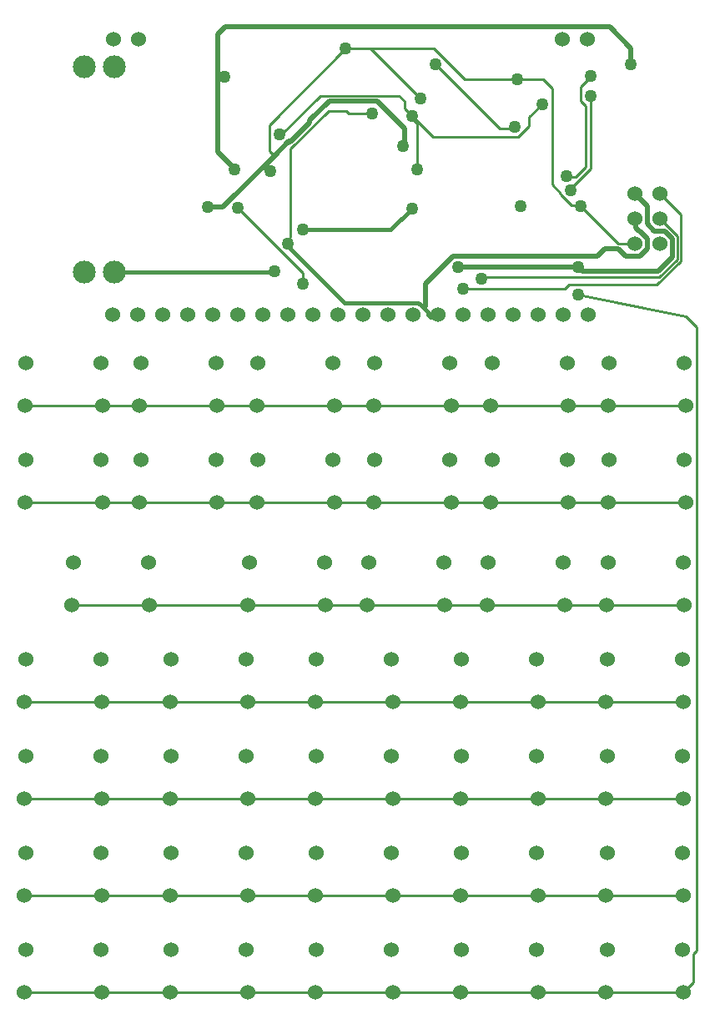
<source format=gtl>
G04*
G04 #@! TF.GenerationSoftware,Altium Limited,Altium Designer,24.6.1 (21)*
G04*
G04 Layer_Physical_Order=1*
G04 Layer_Color=255*
%FSLAX44Y44*%
%MOMM*%
G71*
G04*
G04 #@! TF.SameCoordinates,5BE53EBA-B956-4ED2-84AC-37ABD98E17FE*
G04*
G04*
G04 #@! TF.FilePolarity,Positive*
G04*
G01*
G75*
%ADD10C,0.5080*%
%ADD11C,0.2540*%
%ADD13C,2.3114*%
%ADD15C,0.3810*%
%ADD16C,1.5240*%
%ADD17C,1.2700*%
D10*
X659130Y745490D02*
X673100Y759460D01*
X581660Y745490D02*
X659130D01*
X455930Y749300D02*
X577850D01*
X604520Y768350D02*
X618580D01*
X451195Y760730D02*
X596900D01*
X618580Y768350D02*
X626200Y760730D01*
X596900D02*
X604520Y768350D01*
X655140Y786130D02*
X665660D01*
X673100Y759460D02*
Y778690D01*
X665660Y786130D02*
X673100Y778690D01*
X422910Y732445D02*
X451195Y760730D01*
X422910Y709930D02*
Y732445D01*
X212090Y866140D02*
Y985520D01*
X217170Y810260D02*
X269240Y862330D01*
X647700Y793570D02*
Y811530D01*
X637540Y821690D02*
X647700Y811530D01*
Y793570D02*
X655140Y786130D01*
X640260D02*
X647700Y778690D01*
Y768170D02*
Y778690D01*
X640260Y760730D02*
X647700Y768170D01*
X635000Y798830D02*
X636668Y797162D01*
Y789106D02*
X639644Y786130D01*
X626200Y760730D02*
X640260D01*
X636668Y789106D02*
Y797162D01*
X639644Y786130D02*
X640260D01*
X269240Y862330D02*
X284459Y877549D01*
X228859Y848360D02*
Y849371D01*
X212090Y866140D02*
X228859Y849371D01*
X201956Y810260D02*
X217170D01*
X201943Y810247D02*
X201956Y810260D01*
X212090Y985520D02*
X219710Y993140D01*
X609600D01*
X305338Y896234D02*
Y898428D01*
X325120Y918210D01*
X285557Y876452D02*
X305338Y896234D01*
X325120Y918210D02*
X373380D01*
X401320Y890270D01*
Y873760D02*
Y890270D01*
X609600Y993140D02*
X631190Y971550D01*
Y955040D02*
Y971550D01*
D11*
X461037Y727683D02*
X461063Y727657D01*
X461010Y727710D02*
X461037Y727683D01*
X461063Y727657D02*
X564580D01*
X568443Y731520D02*
X657732D01*
X564580Y727657D02*
X568443Y731520D01*
X657732D02*
X681990Y755778D01*
Y802640D01*
X660400Y824230D02*
X681990Y802640D01*
X659964Y739140D02*
X678180Y757356D01*
X483870Y739140D02*
X659964D01*
X577850Y721360D02*
X687070Y699770D01*
X687814Y699026D02*
X698246Y688594D01*
X687070Y699770D02*
X687814Y699026D01*
X577850Y749300D02*
X581660Y745490D01*
X660400Y798830D02*
X678180Y781050D01*
Y757356D02*
Y781050D01*
X537122Y112070D02*
X684582D01*
X684582D01*
X579556Y812364D02*
X618490Y773430D01*
X517288Y881380D02*
X528182Y892274D01*
X430530Y881380D02*
X517288D01*
X408940Y902970D02*
X430530Y881380D01*
X528182Y901562D02*
X541020Y914400D01*
X528182Y892274D02*
Y901562D01*
X542290Y939800D02*
X551180Y930910D01*
Y833120D02*
Y930910D01*
Y833120D02*
X559996Y824304D01*
X367087Y971493D02*
X430985D01*
X342010D02*
X367087D01*
X430985D02*
X462678Y939800D01*
X515620D01*
X367087Y971493D02*
X417830Y920750D01*
X635000Y824230D02*
X637540Y821690D01*
X618490Y773430D02*
X635000D01*
X559996Y823243D02*
Y824304D01*
X570156Y829236D02*
X590550Y849630D01*
X559996Y823243D02*
X570874Y812364D01*
X570156Y827451D02*
Y829236D01*
X570874Y812364D02*
X579556D01*
X422910Y709815D02*
Y709930D01*
X421079Y707984D02*
X422910Y709815D01*
X568960Y840740D02*
X575310D01*
X408940Y900221D02*
X414020Y895141D01*
Y848360D02*
Y895141D01*
X408940Y900221D02*
Y902970D01*
X264333Y867237D02*
X269240Y862330D01*
X264333Y893816D02*
X342010Y971493D01*
X264333Y867237D02*
Y893816D01*
X395718Y923290D02*
X401357Y917651D01*
Y910553D02*
X408940Y902970D01*
X401357Y910553D02*
Y917651D01*
X316230Y923290D02*
X395718D01*
X497840Y890270D02*
X511810D01*
X513080Y891540D01*
X433070Y955040D02*
X497840Y890270D01*
X585470Y850900D02*
Y913130D01*
X590550Y849630D02*
Y923290D01*
X285750Y779854D02*
Y869461D01*
X242202Y112070D02*
X310922D01*
X389662D01*
X16002D02*
X94742D01*
X163462D01*
X242202D01*
X389662D02*
X458382D01*
X537122D01*
Y210170D02*
X605842D01*
X242202D02*
X310922D01*
X389662D01*
X16002D02*
X94742D01*
X163462D01*
X242202D01*
X605842D02*
X684582D01*
X389662D02*
X458382D01*
X537122D01*
X242202Y308270D02*
X310922D01*
X389662D01*
X16002D02*
X94742D01*
X163462D01*
X242202D01*
X537122D02*
X605842D01*
X684582D01*
X389662D02*
X458382D01*
X537122D01*
X485394Y406370D02*
X564134D01*
X606806D02*
X685546D01*
X363982D02*
X442722D01*
X64262D02*
X143002D01*
X242570D01*
X321310D01*
X251460Y510540D02*
X330200D01*
X16256D02*
X94996D01*
X132588D02*
X211328D01*
X489204D02*
X567944D01*
X608076D02*
X686816D01*
X370332D02*
X449072D01*
X251460Y608640D02*
X330200D01*
X16256D02*
X94996D01*
X132588D02*
X211328D01*
X489204D02*
X567944D01*
X608076D02*
X686816D01*
X370332D02*
X449072D01*
X285010Y775230D02*
Y779113D01*
X285750Y869461D02*
X324339Y908050D01*
X285010Y779113D02*
X285750Y779854D01*
X283066Y773286D02*
X285010Y775230D01*
X580390Y932180D02*
X590550Y942340D01*
Y943610D01*
X515620Y939800D02*
X542290D01*
X276687Y883747D02*
X316230Y923290D01*
X274493Y883747D02*
X276687D01*
X298450Y732790D02*
Y743533D01*
X232529Y809454D02*
X298450Y743533D01*
X284459Y877549D02*
X285557Y876452D01*
X284459Y874868D02*
Y876452D01*
X324339Y908050D02*
X342160D01*
X344700Y905510D02*
X368300D01*
X342160Y908050D02*
X344700Y905510D01*
X694690Y24078D02*
Y52364D01*
X698246Y55920D01*
Y688594D01*
X684582Y13970D02*
X694690Y24078D01*
X442722Y406370D02*
X485394D01*
X266560Y744360D02*
X266700Y744220D01*
X575310Y840740D02*
X585470Y850900D01*
X580390Y918210D02*
X585470Y913130D01*
X580390Y918210D02*
Y932180D01*
X163462Y13970D02*
X242202D01*
X16002D02*
X94742D01*
X163462D01*
X242202D02*
X310922D01*
X389662D01*
X537122D02*
X605842D01*
X684582D01*
X389662D02*
X458382D01*
X537122D01*
X321310Y406370D02*
X363982D01*
X564134D02*
X606806D01*
X330200Y510540D02*
X370332D01*
X211328D02*
X251460D01*
X94996D02*
X132588D01*
X567944D02*
X608076D01*
X449072D02*
X489204D01*
X330200Y608640D02*
X370332D01*
X211328D02*
X251460D01*
X94996D02*
X132588D01*
X567944D02*
X608076D01*
X449072D02*
X489204D01*
D13*
X76202Y952360D02*
D03*
X107202D02*
D03*
X76202Y744360D02*
D03*
X107202D02*
D03*
D15*
X427797Y698636D02*
X438765D01*
X421079Y707984D02*
X425565Y703498D01*
X416592Y712470D02*
X421079Y707984D01*
X415208Y713105D02*
X415843Y712470D01*
X416592D01*
X425565Y700867D02*
Y703498D01*
X340995Y713105D02*
X415208D01*
X425565Y700867D02*
X427797Y698636D01*
X298450Y787400D02*
X387350D01*
X107202Y744360D02*
X266560D01*
X283066Y771034D02*
X340995Y713105D01*
X283066Y771034D02*
Y773286D01*
X387350Y787400D02*
X408940Y808990D01*
D16*
X660400Y773430D02*
D03*
Y798830D02*
D03*
Y824230D02*
D03*
X635000Y773430D02*
D03*
Y798830D02*
D03*
Y824230D02*
D03*
X156210Y701040D02*
D03*
X588010D02*
D03*
X562610D02*
D03*
X537210D02*
D03*
X461010D02*
D03*
X435610D02*
D03*
X410210D02*
D03*
X384810D02*
D03*
X334010D02*
D03*
X308610D02*
D03*
X257810D02*
D03*
X283210D02*
D03*
X232410D02*
D03*
X207010D02*
D03*
X181610D02*
D03*
X105410D02*
D03*
X105860Y980440D02*
D03*
X131260D02*
D03*
X562160D02*
D03*
X587560D02*
D03*
X486410Y701040D02*
D03*
X511810D02*
D03*
X130810D02*
D03*
X359410D02*
D03*
X17272Y253350D02*
D03*
X16002Y210170D02*
D03*
X93472Y253350D02*
D03*
X94742Y210170D02*
D03*
X607112Y155250D02*
D03*
X605842Y112070D02*
D03*
X683312Y155250D02*
D03*
X684582Y112070D02*
D03*
X459652Y155250D02*
D03*
X458382Y112070D02*
D03*
X535852Y155250D02*
D03*
X537122Y112070D02*
D03*
X312192Y155250D02*
D03*
X310922Y112070D02*
D03*
X388392Y155250D02*
D03*
X389662Y112070D02*
D03*
X164732Y155250D02*
D03*
X163462Y112070D02*
D03*
X240932Y155250D02*
D03*
X242202Y112070D02*
D03*
X17272Y155250D02*
D03*
X16002Y112070D02*
D03*
X93472Y155250D02*
D03*
X94742Y112070D02*
D03*
X607112Y253350D02*
D03*
X605842Y210170D02*
D03*
X683312Y253350D02*
D03*
X684582Y210170D02*
D03*
X459652Y253350D02*
D03*
X458382Y210170D02*
D03*
X535852Y253350D02*
D03*
X537122Y210170D02*
D03*
X312192Y253350D02*
D03*
X310922Y210170D02*
D03*
X388392Y253350D02*
D03*
X389662Y210170D02*
D03*
X164732Y253350D02*
D03*
X163462Y210170D02*
D03*
X240932Y253350D02*
D03*
X242202Y210170D02*
D03*
X607112Y351450D02*
D03*
X605842Y308270D02*
D03*
X683312Y351450D02*
D03*
X684582Y308270D02*
D03*
X459652Y351450D02*
D03*
X458382Y308270D02*
D03*
X535852Y351450D02*
D03*
X537122Y308270D02*
D03*
X312192Y351450D02*
D03*
X310922Y308270D02*
D03*
X388392Y351450D02*
D03*
X389662Y308270D02*
D03*
X164732Y351450D02*
D03*
X163462Y308270D02*
D03*
X240932Y351450D02*
D03*
X242202Y308270D02*
D03*
X17272Y351450D02*
D03*
X16002Y308270D02*
D03*
X93472Y351450D02*
D03*
X94742Y308270D02*
D03*
X608076Y449550D02*
D03*
X606806Y406370D02*
D03*
X684276Y449550D02*
D03*
X685546Y406370D02*
D03*
X486664Y449550D02*
D03*
X485394Y406370D02*
D03*
X562864Y449550D02*
D03*
X564134Y406370D02*
D03*
X365252Y449550D02*
D03*
X363982Y406370D02*
D03*
X441452Y449550D02*
D03*
X442722Y406370D02*
D03*
X243840Y449550D02*
D03*
X242570Y406370D02*
D03*
X320040Y449550D02*
D03*
X321310Y406370D02*
D03*
X65532Y449550D02*
D03*
X64262Y406370D02*
D03*
X141732Y449550D02*
D03*
X143002Y406370D02*
D03*
X609346Y553720D02*
D03*
X608076Y510540D02*
D03*
X685546Y553720D02*
D03*
X686816Y510540D02*
D03*
X490474Y553720D02*
D03*
X489204Y510540D02*
D03*
X566674Y553720D02*
D03*
X567944Y510540D02*
D03*
X371602Y553720D02*
D03*
X370332Y510540D02*
D03*
X447802Y553720D02*
D03*
X449072Y510540D02*
D03*
X252730Y553720D02*
D03*
X251460Y510540D02*
D03*
X328930Y553720D02*
D03*
X330200Y510540D02*
D03*
X133858Y553720D02*
D03*
X132588Y510540D02*
D03*
X210058Y553720D02*
D03*
X211328Y510540D02*
D03*
X17526Y553720D02*
D03*
X16256Y510540D02*
D03*
X93726Y553720D02*
D03*
X94996Y510540D02*
D03*
X609346Y651820D02*
D03*
X608076Y608640D02*
D03*
X685546Y651820D02*
D03*
X686816Y608640D02*
D03*
X490474Y651820D02*
D03*
X489204Y608640D02*
D03*
X566674Y651820D02*
D03*
X567944Y608640D02*
D03*
X371602Y651820D02*
D03*
X370332Y608640D02*
D03*
X447802Y651820D02*
D03*
X449072Y608640D02*
D03*
X252730Y651820D02*
D03*
X251460Y608640D02*
D03*
X328930Y651820D02*
D03*
X330200Y608640D02*
D03*
X133858Y651820D02*
D03*
X132588Y608640D02*
D03*
X210058Y651820D02*
D03*
X211328Y608640D02*
D03*
X17526Y651820D02*
D03*
X16256Y608640D02*
D03*
X93726Y651820D02*
D03*
X94996Y608640D02*
D03*
X17272Y57150D02*
D03*
X16002Y13970D02*
D03*
X93472Y57150D02*
D03*
X94742Y13970D02*
D03*
X459652Y57150D02*
D03*
X458382Y13970D02*
D03*
X535852Y57150D02*
D03*
X537122Y13970D02*
D03*
X312192Y57150D02*
D03*
X310922Y13970D02*
D03*
X388392Y57150D02*
D03*
X389662Y13970D02*
D03*
X164732Y57150D02*
D03*
X163462Y13970D02*
D03*
X240932Y57150D02*
D03*
X242202Y13970D02*
D03*
X607112Y57150D02*
D03*
X605842Y13970D02*
D03*
X683312Y57150D02*
D03*
X684582Y13970D02*
D03*
D17*
X461037Y727683D02*
D03*
X577850Y721360D02*
D03*
Y749300D02*
D03*
X479499Y737817D02*
D03*
X455930Y749300D02*
D03*
X541020Y914400D02*
D03*
X417830Y920750D02*
D03*
X519404Y811622D02*
D03*
X570156Y827451D02*
D03*
X566403Y842222D02*
D03*
X414020Y848360D02*
D03*
X342010Y971493D02*
D03*
X265400Y847258D02*
D03*
X228859Y848360D02*
D03*
X201943Y810247D02*
D03*
X408940Y902970D02*
D03*
X513080Y891540D02*
D03*
X433070Y955040D02*
D03*
X590550Y943610D02*
D03*
X515620Y939800D02*
D03*
X580390Y811530D02*
D03*
X232529Y809454D02*
D03*
X274493Y883747D02*
D03*
X368300Y905510D02*
D03*
X400050Y872490D02*
D03*
X298450Y787400D02*
D03*
X283066Y773286D02*
D03*
X408940Y808990D02*
D03*
X269240Y745490D02*
D03*
X218440Y942340D02*
D03*
X631190Y955040D02*
D03*
X590550Y923290D02*
D03*
X298450Y732790D02*
D03*
M02*

</source>
